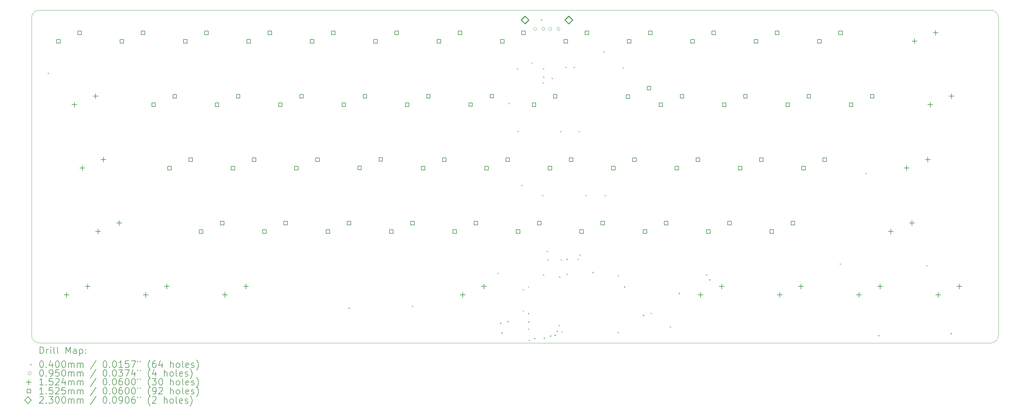
<source format=gbr>
%FSLAX45Y45*%
G04 Gerber Fmt 4.5, Leading zero omitted, Abs format (unit mm)*
G04 Created by KiCad (PCBNEW (6.0.6)) date 2022-07-10 20:55:02*
%MOMM*%
%LPD*%
G01*
G04 APERTURE LIST*
%TA.AperFunction,Profile*%
%ADD10C,0.100000*%
%TD*%
%ADD11C,0.200000*%
%ADD12C,0.040000*%
%ADD13C,0.095000*%
%ADD14C,0.152400*%
%ADD15C,0.152500*%
%ADD16C,0.230000*%
G04 APERTURE END LIST*
D10*
X4330700Y-15836900D02*
X32905700Y-15836900D01*
X33143825Y-15598775D02*
X33143825Y-6073775D01*
X4092570Y-15598775D02*
G75*
G03*
X4330700Y-15836900I238130J5D01*
G01*
X33143820Y-6073775D02*
G75*
G03*
X32905700Y-5835650I-238130J-5D01*
G01*
X32905700Y-5835650D02*
X4330700Y-5835650D01*
X32905700Y-15836905D02*
G75*
G03*
X33143825Y-15598775I0J238125D01*
G01*
X4330700Y-5835650D02*
G75*
G03*
X4092575Y-6073775I0J-238125D01*
G01*
X4092575Y-6073775D02*
X4092575Y-15598775D01*
D11*
D12*
X4580575Y-7711125D02*
X4620575Y-7751125D01*
X4620575Y-7711125D02*
X4580575Y-7751125D01*
X13613450Y-14766550D02*
X13653450Y-14806550D01*
X13653450Y-14766550D02*
X13613450Y-14806550D01*
X15518450Y-14708450D02*
X15558450Y-14748450D01*
X15558450Y-14708450D02*
X15518450Y-14748450D01*
X18090000Y-13720000D02*
X18130000Y-13760000D01*
X18130000Y-13720000D02*
X18090000Y-13760000D01*
X18163275Y-15216725D02*
X18203275Y-15256725D01*
X18203275Y-15216725D02*
X18163275Y-15256725D01*
X18205000Y-15515000D02*
X18245000Y-15555000D01*
X18245000Y-15515000D02*
X18205000Y-15555000D01*
X18382300Y-15169200D02*
X18422300Y-15209200D01*
X18422300Y-15169200D02*
X18382300Y-15209200D01*
X18423575Y-8612825D02*
X18463575Y-8652825D01*
X18463575Y-8612825D02*
X18423575Y-8652825D01*
X18677575Y-7584125D02*
X18717575Y-7624125D01*
X18717575Y-7584125D02*
X18677575Y-7624125D01*
X18690275Y-9451025D02*
X18730275Y-9491025D01*
X18730275Y-9451025D02*
X18690275Y-9491025D01*
X18804575Y-11076625D02*
X18844575Y-11116625D01*
X18844575Y-11076625D02*
X18804575Y-11116625D01*
X18842715Y-14211025D02*
X18882715Y-14251025D01*
X18882715Y-14211025D02*
X18842715Y-14251025D01*
X18847795Y-14851025D02*
X18887795Y-14891025D01*
X18887795Y-14851025D02*
X18847795Y-14891025D01*
X19001375Y-14131025D02*
X19041375Y-14171025D01*
X19041375Y-14131025D02*
X19001375Y-14171025D01*
X19001475Y-14931025D02*
X19041475Y-14971025D01*
X19041475Y-14931025D02*
X19001475Y-14971025D01*
X19004600Y-15181900D02*
X19044600Y-15221900D01*
X19044600Y-15181900D02*
X19004600Y-15221900D01*
X19004600Y-15397800D02*
X19044600Y-15437800D01*
X19044600Y-15397800D02*
X19004600Y-15437800D01*
X19023015Y-15737525D02*
X19063015Y-15777525D01*
X19063015Y-15737525D02*
X19023015Y-15777525D01*
X19111915Y-7408865D02*
X19151915Y-7448865D01*
X19151915Y-7408865D02*
X19111915Y-7448865D01*
X19185000Y-15680000D02*
X19225000Y-15720000D01*
X19225000Y-15680000D02*
X19185000Y-15720000D01*
X19390475Y-6109225D02*
X19430475Y-6149225D01*
X19430475Y-6109225D02*
X19390475Y-6149225D01*
X19426875Y-11381425D02*
X19466875Y-11421425D01*
X19466875Y-11381425D02*
X19426875Y-11421425D01*
X19447195Y-7998145D02*
X19487195Y-8038145D01*
X19487195Y-7998145D02*
X19447195Y-8038145D01*
X19452275Y-7571425D02*
X19492275Y-7611425D01*
X19492275Y-7571425D02*
X19452275Y-7611425D01*
X19452275Y-7825425D02*
X19492275Y-7865425D01*
X19492275Y-7825425D02*
X19452275Y-7865425D01*
X19452275Y-13769025D02*
X19492275Y-13809025D01*
X19492275Y-13769025D02*
X19452275Y-13809025D01*
X19475000Y-15665000D02*
X19515000Y-15705000D01*
X19515000Y-15665000D02*
X19475000Y-15705000D01*
X19566575Y-13057825D02*
X19606575Y-13097825D01*
X19606575Y-13057825D02*
X19566575Y-13097825D01*
X19591975Y-13311825D02*
X19631975Y-13351825D01*
X19631975Y-13311825D02*
X19591975Y-13351825D01*
X19665000Y-15605000D02*
X19705000Y-15645000D01*
X19705000Y-15605000D02*
X19665000Y-15645000D01*
X19718975Y-7863525D02*
X19758975Y-7903525D01*
X19758975Y-7863525D02*
X19718975Y-7903525D01*
X19800000Y-15580000D02*
X19840000Y-15620000D01*
X19840000Y-15580000D02*
X19800000Y-15620000D01*
X19865000Y-15465000D02*
X19905000Y-15505000D01*
X19905000Y-15465000D02*
X19865000Y-15505000D01*
X19930000Y-15285000D02*
X19970000Y-15325000D01*
X19970000Y-15285000D02*
X19930000Y-15325000D01*
X19934875Y-13832525D02*
X19974875Y-13872525D01*
X19974875Y-13832525D02*
X19934875Y-13872525D01*
X19972875Y-9463625D02*
X20012875Y-9503625D01*
X20012875Y-9463625D02*
X19972875Y-9503625D01*
X19985675Y-13311825D02*
X20025675Y-13351825D01*
X20025675Y-13311825D02*
X19985675Y-13351825D01*
X20010000Y-15475000D02*
X20050000Y-15515000D01*
X20050000Y-15475000D02*
X20010000Y-15515000D01*
X20125375Y-7533325D02*
X20165375Y-7573325D01*
X20165375Y-7533325D02*
X20125375Y-7573325D01*
X20158395Y-13301665D02*
X20198395Y-13341665D01*
X20198395Y-13301665D02*
X20158395Y-13341665D01*
X20158395Y-13743625D02*
X20198395Y-13783625D01*
X20198395Y-13743625D02*
X20158395Y-13783625D01*
X20379375Y-7533325D02*
X20419375Y-7573325D01*
X20419375Y-7533325D02*
X20379375Y-7573325D01*
X20493675Y-13296585D02*
X20533675Y-13336585D01*
X20533675Y-13296585D02*
X20493675Y-13336585D01*
X20519075Y-9463725D02*
X20559075Y-9503725D01*
X20559075Y-9463725D02*
X20519075Y-9503725D01*
X20544475Y-13172125D02*
X20584475Y-13212125D01*
X20584475Y-13172125D02*
X20544475Y-13212125D01*
X20734875Y-11381325D02*
X20774875Y-11421325D01*
X20774875Y-11381325D02*
X20734875Y-11421325D01*
X20940715Y-13697905D02*
X20980715Y-13737905D01*
X20980715Y-13697905D02*
X20940715Y-13737905D01*
X21268375Y-7063425D02*
X21308375Y-7103425D01*
X21308375Y-7063425D02*
X21268375Y-7103425D01*
X21306475Y-11381425D02*
X21346475Y-11421425D01*
X21346475Y-11381425D02*
X21306475Y-11421425D01*
X21695000Y-15500000D02*
X21735000Y-15540000D01*
X21735000Y-15500000D02*
X21695000Y-15540000D01*
X21705000Y-13789600D02*
X21745000Y-13829600D01*
X21745000Y-13789600D02*
X21705000Y-13829600D01*
X21839875Y-7546025D02*
X21879875Y-7586025D01*
X21879875Y-7546025D02*
X21839875Y-7586025D01*
X21887500Y-14127800D02*
X21927500Y-14167800D01*
X21927500Y-14127800D02*
X21887500Y-14167800D01*
X22455000Y-14985000D02*
X22495000Y-15025000D01*
X22495000Y-14985000D02*
X22455000Y-15025000D01*
X22690000Y-14925000D02*
X22730000Y-14965000D01*
X22730000Y-14925000D02*
X22690000Y-14965000D01*
X23265000Y-15340000D02*
X23305000Y-15380000D01*
X23305000Y-15340000D02*
X23265000Y-15380000D01*
X23530000Y-14320000D02*
X23570000Y-14360000D01*
X23570000Y-14320000D02*
X23530000Y-14360000D01*
X24355000Y-13760000D02*
X24395000Y-13800000D01*
X24395000Y-13760000D02*
X24355000Y-13800000D01*
X24445000Y-13915000D02*
X24485000Y-13955000D01*
X24485000Y-13915000D02*
X24445000Y-13955000D01*
X28370000Y-13440000D02*
X28410000Y-13480000D01*
X28410000Y-13440000D02*
X28370000Y-13480000D01*
X29140000Y-10715000D02*
X29180000Y-10755000D01*
X29180000Y-10715000D02*
X29140000Y-10755000D01*
X29525000Y-15590000D02*
X29565000Y-15630000D01*
X29565000Y-15590000D02*
X29525000Y-15630000D01*
X30970000Y-13490000D02*
X31010000Y-13530000D01*
X31010000Y-13490000D02*
X30970000Y-13530000D01*
X31700000Y-15535000D02*
X31740000Y-15575000D01*
X31740000Y-15535000D02*
X31700000Y-15575000D01*
D13*
X19271375Y-6400225D02*
G75*
G03*
X19271375Y-6400225I-47500J0D01*
G01*
X19521375Y-6400225D02*
G75*
G03*
X19521375Y-6400225I-47500J0D01*
G01*
X19721375Y-6400225D02*
G75*
G03*
X19721375Y-6400225I-47500J0D01*
G01*
X19971375Y-6400225D02*
G75*
G03*
X19971375Y-6400225I-47500J0D01*
G01*
D14*
X5140325Y-14316075D02*
X5140325Y-14468475D01*
X5064125Y-14392275D02*
X5216525Y-14392275D01*
X5378450Y-8601075D02*
X5378450Y-8753475D01*
X5302250Y-8677275D02*
X5454650Y-8677275D01*
X5616575Y-10506075D02*
X5616575Y-10658475D01*
X5540375Y-10582275D02*
X5692775Y-10582275D01*
X5775325Y-14062075D02*
X5775325Y-14214475D01*
X5699125Y-14138275D02*
X5851525Y-14138275D01*
X6013450Y-8347075D02*
X6013450Y-8499475D01*
X5937250Y-8423275D02*
X6089650Y-8423275D01*
X6092825Y-12411075D02*
X6092825Y-12563475D01*
X6016625Y-12487275D02*
X6169025Y-12487275D01*
X6251575Y-10252075D02*
X6251575Y-10404475D01*
X6175375Y-10328275D02*
X6327775Y-10328275D01*
X6727825Y-12157075D02*
X6727825Y-12309475D01*
X6651625Y-12233275D02*
X6804025Y-12233275D01*
X7521575Y-14316075D02*
X7521575Y-14468475D01*
X7445375Y-14392275D02*
X7597775Y-14392275D01*
X8156575Y-14062075D02*
X8156575Y-14214475D01*
X8080375Y-14138275D02*
X8232775Y-14138275D01*
X9902825Y-14316075D02*
X9902825Y-14468475D01*
X9826625Y-14392275D02*
X9979025Y-14392275D01*
X10537825Y-14062075D02*
X10537825Y-14214475D01*
X10461625Y-14138275D02*
X10614025Y-14138275D01*
X17046575Y-14316075D02*
X17046575Y-14468475D01*
X16970375Y-14392275D02*
X17122775Y-14392275D01*
X17681575Y-14062075D02*
X17681575Y-14214475D01*
X17605375Y-14138275D02*
X17757775Y-14138275D01*
X24190325Y-14316075D02*
X24190325Y-14468475D01*
X24114125Y-14392275D02*
X24266525Y-14392275D01*
X24825325Y-14062075D02*
X24825325Y-14214475D01*
X24749125Y-14138275D02*
X24901525Y-14138275D01*
X26571575Y-14316075D02*
X26571575Y-14468475D01*
X26495375Y-14392275D02*
X26647775Y-14392275D01*
X27206575Y-14062075D02*
X27206575Y-14214475D01*
X27130375Y-14138275D02*
X27282775Y-14138275D01*
X28952825Y-14316075D02*
X28952825Y-14468475D01*
X28876625Y-14392275D02*
X29029025Y-14392275D01*
X29587825Y-14062075D02*
X29587825Y-14214475D01*
X29511625Y-14138275D02*
X29664025Y-14138275D01*
X29905325Y-12411075D02*
X29905325Y-12563475D01*
X29829125Y-12487275D02*
X29981525Y-12487275D01*
X30381575Y-10506075D02*
X30381575Y-10658475D01*
X30305375Y-10582275D02*
X30457775Y-10582275D01*
X30540325Y-12157075D02*
X30540325Y-12309475D01*
X30464125Y-12233275D02*
X30616525Y-12233275D01*
X30619700Y-6696075D02*
X30619700Y-6848475D01*
X30543500Y-6772275D02*
X30695900Y-6772275D01*
X31016575Y-10252075D02*
X31016575Y-10404475D01*
X30940375Y-10328275D02*
X31092775Y-10328275D01*
X31095950Y-8601075D02*
X31095950Y-8753475D01*
X31019750Y-8677275D02*
X31172150Y-8677275D01*
X31254700Y-6442075D02*
X31254700Y-6594475D01*
X31178500Y-6518275D02*
X31330900Y-6518275D01*
X31334075Y-14316075D02*
X31334075Y-14468475D01*
X31257875Y-14392275D02*
X31410275Y-14392275D01*
X31730950Y-8347075D02*
X31730950Y-8499475D01*
X31654750Y-8423275D02*
X31807150Y-8423275D01*
X31969075Y-14062075D02*
X31969075Y-14214475D01*
X31892875Y-14138275D02*
X32045275Y-14138275D01*
D15*
X4956117Y-6826192D02*
X4956117Y-6718358D01*
X4848283Y-6718358D01*
X4848283Y-6826192D01*
X4956117Y-6826192D01*
X5591117Y-6572192D02*
X5591117Y-6464358D01*
X5483283Y-6464358D01*
X5483283Y-6572192D01*
X5591117Y-6572192D01*
X6861117Y-6826192D02*
X6861117Y-6718358D01*
X6753283Y-6718358D01*
X6753283Y-6826192D01*
X6861117Y-6826192D01*
X7496117Y-6572192D02*
X7496117Y-6464358D01*
X7388283Y-6464358D01*
X7388283Y-6572192D01*
X7496117Y-6572192D01*
X7813617Y-8731192D02*
X7813617Y-8623358D01*
X7705783Y-8623358D01*
X7705783Y-8731192D01*
X7813617Y-8731192D01*
X8289867Y-10636192D02*
X8289867Y-10528358D01*
X8182033Y-10528358D01*
X8182033Y-10636192D01*
X8289867Y-10636192D01*
X8448617Y-8477192D02*
X8448617Y-8369358D01*
X8340783Y-8369358D01*
X8340783Y-8477192D01*
X8448617Y-8477192D01*
X8766117Y-6826192D02*
X8766117Y-6718358D01*
X8658283Y-6718358D01*
X8658283Y-6826192D01*
X8766117Y-6826192D01*
X8924867Y-10382192D02*
X8924867Y-10274358D01*
X8817033Y-10274358D01*
X8817033Y-10382192D01*
X8924867Y-10382192D01*
X9242367Y-12541192D02*
X9242367Y-12433358D01*
X9134533Y-12433358D01*
X9134533Y-12541192D01*
X9242367Y-12541192D01*
X9401117Y-6572192D02*
X9401117Y-6464358D01*
X9293283Y-6464358D01*
X9293283Y-6572192D01*
X9401117Y-6572192D01*
X9718617Y-8731192D02*
X9718617Y-8623358D01*
X9610783Y-8623358D01*
X9610783Y-8731192D01*
X9718617Y-8731192D01*
X9877367Y-12287192D02*
X9877367Y-12179358D01*
X9769533Y-12179358D01*
X9769533Y-12287192D01*
X9877367Y-12287192D01*
X10194867Y-10636192D02*
X10194867Y-10528358D01*
X10087033Y-10528358D01*
X10087033Y-10636192D01*
X10194867Y-10636192D01*
X10353617Y-8477192D02*
X10353617Y-8369358D01*
X10245783Y-8369358D01*
X10245783Y-8477192D01*
X10353617Y-8477192D01*
X10671117Y-6826192D02*
X10671117Y-6718358D01*
X10563283Y-6718358D01*
X10563283Y-6826192D01*
X10671117Y-6826192D01*
X10829867Y-10382192D02*
X10829867Y-10274358D01*
X10722033Y-10274358D01*
X10722033Y-10382192D01*
X10829867Y-10382192D01*
X11147367Y-12541192D02*
X11147367Y-12433358D01*
X11039533Y-12433358D01*
X11039533Y-12541192D01*
X11147367Y-12541192D01*
X11306117Y-6572192D02*
X11306117Y-6464358D01*
X11198283Y-6464358D01*
X11198283Y-6572192D01*
X11306117Y-6572192D01*
X11623617Y-8731192D02*
X11623617Y-8623358D01*
X11515783Y-8623358D01*
X11515783Y-8731192D01*
X11623617Y-8731192D01*
X11782367Y-12287192D02*
X11782367Y-12179358D01*
X11674533Y-12179358D01*
X11674533Y-12287192D01*
X11782367Y-12287192D01*
X12099867Y-10636192D02*
X12099867Y-10528358D01*
X11992033Y-10528358D01*
X11992033Y-10636192D01*
X12099867Y-10636192D01*
X12258617Y-8477192D02*
X12258617Y-8369358D01*
X12150783Y-8369358D01*
X12150783Y-8477192D01*
X12258617Y-8477192D01*
X12576117Y-6826192D02*
X12576117Y-6718358D01*
X12468283Y-6718358D01*
X12468283Y-6826192D01*
X12576117Y-6826192D01*
X12734867Y-10382192D02*
X12734867Y-10274358D01*
X12627033Y-10274358D01*
X12627033Y-10382192D01*
X12734867Y-10382192D01*
X13052367Y-12541192D02*
X13052367Y-12433358D01*
X12944533Y-12433358D01*
X12944533Y-12541192D01*
X13052367Y-12541192D01*
X13211117Y-6572192D02*
X13211117Y-6464358D01*
X13103283Y-6464358D01*
X13103283Y-6572192D01*
X13211117Y-6572192D01*
X13528617Y-8731192D02*
X13528617Y-8623358D01*
X13420783Y-8623358D01*
X13420783Y-8731192D01*
X13528617Y-8731192D01*
X13687367Y-12287192D02*
X13687367Y-12179358D01*
X13579533Y-12179358D01*
X13579533Y-12287192D01*
X13687367Y-12287192D01*
X14002917Y-10629917D02*
X14002917Y-10522083D01*
X13895083Y-10522083D01*
X13895083Y-10629917D01*
X14002917Y-10629917D01*
X14163617Y-8477192D02*
X14163617Y-8369358D01*
X14055783Y-8369358D01*
X14055783Y-8477192D01*
X14163617Y-8477192D01*
X14481117Y-6826192D02*
X14481117Y-6718358D01*
X14373283Y-6718358D01*
X14373283Y-6826192D01*
X14481117Y-6826192D01*
X14637917Y-10375917D02*
X14637917Y-10268083D01*
X14530083Y-10268083D01*
X14530083Y-10375917D01*
X14637917Y-10375917D01*
X14957367Y-12541192D02*
X14957367Y-12433358D01*
X14849533Y-12433358D01*
X14849533Y-12541192D01*
X14957367Y-12541192D01*
X15116117Y-6572192D02*
X15116117Y-6464358D01*
X15008283Y-6464358D01*
X15008283Y-6572192D01*
X15116117Y-6572192D01*
X15433617Y-8731192D02*
X15433617Y-8623358D01*
X15325783Y-8623358D01*
X15325783Y-8731192D01*
X15433617Y-8731192D01*
X15592367Y-12287192D02*
X15592367Y-12179358D01*
X15484533Y-12179358D01*
X15484533Y-12287192D01*
X15592367Y-12287192D01*
X15909867Y-10636192D02*
X15909867Y-10528358D01*
X15802033Y-10528358D01*
X15802033Y-10636192D01*
X15909867Y-10636192D01*
X16068617Y-8477192D02*
X16068617Y-8369358D01*
X15960783Y-8369358D01*
X15960783Y-8477192D01*
X16068617Y-8477192D01*
X16386117Y-6826192D02*
X16386117Y-6718358D01*
X16278283Y-6718358D01*
X16278283Y-6826192D01*
X16386117Y-6826192D01*
X16544867Y-10382192D02*
X16544867Y-10274358D01*
X16437033Y-10274358D01*
X16437033Y-10382192D01*
X16544867Y-10382192D01*
X16862367Y-12541192D02*
X16862367Y-12433358D01*
X16754533Y-12433358D01*
X16754533Y-12541192D01*
X16862367Y-12541192D01*
X17021117Y-6572192D02*
X17021117Y-6464358D01*
X16913283Y-6464358D01*
X16913283Y-6572192D01*
X17021117Y-6572192D01*
X17338617Y-8728017D02*
X17338617Y-8620183D01*
X17230783Y-8620183D01*
X17230783Y-8728017D01*
X17338617Y-8728017D01*
X17497367Y-12287192D02*
X17497367Y-12179358D01*
X17389533Y-12179358D01*
X17389533Y-12287192D01*
X17497367Y-12287192D01*
X17814867Y-10636192D02*
X17814867Y-10528358D01*
X17707033Y-10528358D01*
X17707033Y-10636192D01*
X17814867Y-10636192D01*
X17973617Y-8474017D02*
X17973617Y-8366183D01*
X17865783Y-8366183D01*
X17865783Y-8474017D01*
X17973617Y-8474017D01*
X18291117Y-6826192D02*
X18291117Y-6718358D01*
X18183283Y-6718358D01*
X18183283Y-6826192D01*
X18291117Y-6826192D01*
X18449867Y-10382192D02*
X18449867Y-10274358D01*
X18342033Y-10274358D01*
X18342033Y-10382192D01*
X18449867Y-10382192D01*
X18767367Y-12541192D02*
X18767367Y-12433358D01*
X18659533Y-12433358D01*
X18659533Y-12541192D01*
X18767367Y-12541192D01*
X18926117Y-6572192D02*
X18926117Y-6464358D01*
X18818283Y-6464358D01*
X18818283Y-6572192D01*
X18926117Y-6572192D01*
X19243617Y-8731192D02*
X19243617Y-8623358D01*
X19135783Y-8623358D01*
X19135783Y-8731192D01*
X19243617Y-8731192D01*
X19402367Y-12287192D02*
X19402367Y-12179358D01*
X19294533Y-12179358D01*
X19294533Y-12287192D01*
X19402367Y-12287192D01*
X19719867Y-10636192D02*
X19719867Y-10528358D01*
X19612033Y-10528358D01*
X19612033Y-10636192D01*
X19719867Y-10636192D01*
X19878617Y-8477192D02*
X19878617Y-8369358D01*
X19770783Y-8369358D01*
X19770783Y-8477192D01*
X19878617Y-8477192D01*
X20196117Y-6826192D02*
X20196117Y-6718358D01*
X20088283Y-6718358D01*
X20088283Y-6826192D01*
X20196117Y-6826192D01*
X20354867Y-10382192D02*
X20354867Y-10274358D01*
X20247033Y-10274358D01*
X20247033Y-10382192D01*
X20354867Y-10382192D01*
X20672367Y-12541192D02*
X20672367Y-12433358D01*
X20564533Y-12433358D01*
X20564533Y-12541192D01*
X20672367Y-12541192D01*
X20831117Y-6572192D02*
X20831117Y-6464358D01*
X20723283Y-6464358D01*
X20723283Y-6572192D01*
X20831117Y-6572192D01*
X21307367Y-12287192D02*
X21307367Y-12179358D01*
X21199533Y-12179358D01*
X21199533Y-12287192D01*
X21307367Y-12287192D01*
X21624867Y-10636192D02*
X21624867Y-10528358D01*
X21517033Y-10528358D01*
X21517033Y-10636192D01*
X21624867Y-10636192D01*
X22062917Y-8484917D02*
X22062917Y-8377083D01*
X21955083Y-8377083D01*
X21955083Y-8484917D01*
X22062917Y-8484917D01*
X22101117Y-6826192D02*
X22101117Y-6718358D01*
X21993283Y-6718358D01*
X21993283Y-6826192D01*
X22101117Y-6826192D01*
X22259867Y-10382192D02*
X22259867Y-10274358D01*
X22152033Y-10274358D01*
X22152033Y-10382192D01*
X22259867Y-10382192D01*
X22577367Y-12541192D02*
X22577367Y-12433358D01*
X22469533Y-12433358D01*
X22469533Y-12541192D01*
X22577367Y-12541192D01*
X22697917Y-8230917D02*
X22697917Y-8123083D01*
X22590083Y-8123083D01*
X22590083Y-8230917D01*
X22697917Y-8230917D01*
X22736117Y-6572192D02*
X22736117Y-6464358D01*
X22628283Y-6464358D01*
X22628283Y-6572192D01*
X22736117Y-6572192D01*
X23053617Y-8731192D02*
X23053617Y-8623358D01*
X22945783Y-8623358D01*
X22945783Y-8731192D01*
X23053617Y-8731192D01*
X23212367Y-12287192D02*
X23212367Y-12179358D01*
X23104533Y-12179358D01*
X23104533Y-12287192D01*
X23212367Y-12287192D01*
X23529867Y-10636192D02*
X23529867Y-10528358D01*
X23422033Y-10528358D01*
X23422033Y-10636192D01*
X23529867Y-10636192D01*
X23688617Y-8477192D02*
X23688617Y-8369358D01*
X23580783Y-8369358D01*
X23580783Y-8477192D01*
X23688617Y-8477192D01*
X24006117Y-6826192D02*
X24006117Y-6718358D01*
X23898283Y-6718358D01*
X23898283Y-6826192D01*
X24006117Y-6826192D01*
X24164867Y-10382192D02*
X24164867Y-10274358D01*
X24057033Y-10274358D01*
X24057033Y-10382192D01*
X24164867Y-10382192D01*
X24482367Y-12541192D02*
X24482367Y-12433358D01*
X24374533Y-12433358D01*
X24374533Y-12541192D01*
X24482367Y-12541192D01*
X24641117Y-6572192D02*
X24641117Y-6464358D01*
X24533283Y-6464358D01*
X24533283Y-6572192D01*
X24641117Y-6572192D01*
X24958617Y-8731192D02*
X24958617Y-8623358D01*
X24850783Y-8623358D01*
X24850783Y-8731192D01*
X24958617Y-8731192D01*
X25117367Y-12287192D02*
X25117367Y-12179358D01*
X25009533Y-12179358D01*
X25009533Y-12287192D01*
X25117367Y-12287192D01*
X25434867Y-10636192D02*
X25434867Y-10528358D01*
X25327033Y-10528358D01*
X25327033Y-10636192D01*
X25434867Y-10636192D01*
X25593617Y-8477192D02*
X25593617Y-8369358D01*
X25485783Y-8369358D01*
X25485783Y-8477192D01*
X25593617Y-8477192D01*
X25911117Y-6826192D02*
X25911117Y-6718358D01*
X25803283Y-6718358D01*
X25803283Y-6826192D01*
X25911117Y-6826192D01*
X26069867Y-10382192D02*
X26069867Y-10274358D01*
X25962033Y-10274358D01*
X25962033Y-10382192D01*
X26069867Y-10382192D01*
X26387367Y-12541192D02*
X26387367Y-12433358D01*
X26279533Y-12433358D01*
X26279533Y-12541192D01*
X26387367Y-12541192D01*
X26546117Y-6572192D02*
X26546117Y-6464358D01*
X26438283Y-6464358D01*
X26438283Y-6572192D01*
X26546117Y-6572192D01*
X26863617Y-8731192D02*
X26863617Y-8623358D01*
X26755783Y-8623358D01*
X26755783Y-8731192D01*
X26863617Y-8731192D01*
X27022367Y-12287192D02*
X27022367Y-12179358D01*
X26914533Y-12179358D01*
X26914533Y-12287192D01*
X27022367Y-12287192D01*
X27339867Y-10636192D02*
X27339867Y-10528358D01*
X27232033Y-10528358D01*
X27232033Y-10636192D01*
X27339867Y-10636192D01*
X27498617Y-8477192D02*
X27498617Y-8369358D01*
X27390783Y-8369358D01*
X27390783Y-8477192D01*
X27498617Y-8477192D01*
X27816117Y-6826192D02*
X27816117Y-6718358D01*
X27708283Y-6718358D01*
X27708283Y-6826192D01*
X27816117Y-6826192D01*
X27974867Y-10382192D02*
X27974867Y-10274358D01*
X27867033Y-10274358D01*
X27867033Y-10382192D01*
X27974867Y-10382192D01*
X28451117Y-6572192D02*
X28451117Y-6464358D01*
X28343283Y-6464358D01*
X28343283Y-6572192D01*
X28451117Y-6572192D01*
X28768617Y-8731192D02*
X28768617Y-8623358D01*
X28660783Y-8623358D01*
X28660783Y-8731192D01*
X28768617Y-8731192D01*
X29403617Y-8477192D02*
X29403617Y-8369358D01*
X29295783Y-8369358D01*
X29295783Y-8477192D01*
X29403617Y-8477192D01*
D16*
X18916875Y-6244225D02*
X19031875Y-6129225D01*
X18916875Y-6014225D01*
X18801875Y-6129225D01*
X18916875Y-6244225D01*
X20230875Y-6244225D02*
X20345875Y-6129225D01*
X20230875Y-6014225D01*
X20115875Y-6129225D01*
X20230875Y-6244225D01*
D11*
X4345194Y-16152376D02*
X4345194Y-15952376D01*
X4392813Y-15952376D01*
X4421385Y-15961900D01*
X4440432Y-15980948D01*
X4449956Y-15999995D01*
X4459480Y-16038090D01*
X4459480Y-16066662D01*
X4449956Y-16104757D01*
X4440432Y-16123805D01*
X4421385Y-16142852D01*
X4392813Y-16152376D01*
X4345194Y-16152376D01*
X4545194Y-16152376D02*
X4545194Y-16019043D01*
X4545194Y-16057138D02*
X4554718Y-16038090D01*
X4564242Y-16028567D01*
X4583289Y-16019043D01*
X4602337Y-16019043D01*
X4669004Y-16152376D02*
X4669004Y-16019043D01*
X4669004Y-15952376D02*
X4659480Y-15961900D01*
X4669004Y-15971424D01*
X4678527Y-15961900D01*
X4669004Y-15952376D01*
X4669004Y-15971424D01*
X4792813Y-16152376D02*
X4773765Y-16142852D01*
X4764242Y-16123805D01*
X4764242Y-15952376D01*
X4897575Y-16152376D02*
X4878527Y-16142852D01*
X4869004Y-16123805D01*
X4869004Y-15952376D01*
X5126146Y-16152376D02*
X5126146Y-15952376D01*
X5192813Y-16095233D01*
X5259480Y-15952376D01*
X5259480Y-16152376D01*
X5440432Y-16152376D02*
X5440432Y-16047614D01*
X5430908Y-16028567D01*
X5411861Y-16019043D01*
X5373765Y-16019043D01*
X5354718Y-16028567D01*
X5440432Y-16142852D02*
X5421385Y-16152376D01*
X5373765Y-16152376D01*
X5354718Y-16142852D01*
X5345194Y-16123805D01*
X5345194Y-16104757D01*
X5354718Y-16085709D01*
X5373765Y-16076186D01*
X5421385Y-16076186D01*
X5440432Y-16066662D01*
X5535670Y-16019043D02*
X5535670Y-16219043D01*
X5535670Y-16028567D02*
X5554718Y-16019043D01*
X5592813Y-16019043D01*
X5611861Y-16028567D01*
X5621384Y-16038090D01*
X5630908Y-16057138D01*
X5630908Y-16114281D01*
X5621384Y-16133328D01*
X5611861Y-16142852D01*
X5592813Y-16152376D01*
X5554718Y-16152376D01*
X5535670Y-16142852D01*
X5716623Y-16133328D02*
X5726146Y-16142852D01*
X5716623Y-16152376D01*
X5707099Y-16142852D01*
X5716623Y-16133328D01*
X5716623Y-16152376D01*
X5716623Y-16028567D02*
X5726146Y-16038090D01*
X5716623Y-16047614D01*
X5707099Y-16038090D01*
X5716623Y-16028567D01*
X5716623Y-16047614D01*
D12*
X4047575Y-16461900D02*
X4087575Y-16501900D01*
X4087575Y-16461900D02*
X4047575Y-16501900D01*
D11*
X4383289Y-16372376D02*
X4402337Y-16372376D01*
X4421385Y-16381900D01*
X4430908Y-16391424D01*
X4440432Y-16410471D01*
X4449956Y-16448567D01*
X4449956Y-16496186D01*
X4440432Y-16534281D01*
X4430908Y-16553328D01*
X4421385Y-16562852D01*
X4402337Y-16572376D01*
X4383289Y-16572376D01*
X4364242Y-16562852D01*
X4354718Y-16553328D01*
X4345194Y-16534281D01*
X4335670Y-16496186D01*
X4335670Y-16448567D01*
X4345194Y-16410471D01*
X4354718Y-16391424D01*
X4364242Y-16381900D01*
X4383289Y-16372376D01*
X4535670Y-16553328D02*
X4545194Y-16562852D01*
X4535670Y-16572376D01*
X4526146Y-16562852D01*
X4535670Y-16553328D01*
X4535670Y-16572376D01*
X4716623Y-16439043D02*
X4716623Y-16572376D01*
X4669004Y-16362852D02*
X4621385Y-16505709D01*
X4745194Y-16505709D01*
X4859480Y-16372376D02*
X4878527Y-16372376D01*
X4897575Y-16381900D01*
X4907099Y-16391424D01*
X4916623Y-16410471D01*
X4926146Y-16448567D01*
X4926146Y-16496186D01*
X4916623Y-16534281D01*
X4907099Y-16553328D01*
X4897575Y-16562852D01*
X4878527Y-16572376D01*
X4859480Y-16572376D01*
X4840432Y-16562852D01*
X4830908Y-16553328D01*
X4821385Y-16534281D01*
X4811861Y-16496186D01*
X4811861Y-16448567D01*
X4821385Y-16410471D01*
X4830908Y-16391424D01*
X4840432Y-16381900D01*
X4859480Y-16372376D01*
X5049956Y-16372376D02*
X5069004Y-16372376D01*
X5088051Y-16381900D01*
X5097575Y-16391424D01*
X5107099Y-16410471D01*
X5116623Y-16448567D01*
X5116623Y-16496186D01*
X5107099Y-16534281D01*
X5097575Y-16553328D01*
X5088051Y-16562852D01*
X5069004Y-16572376D01*
X5049956Y-16572376D01*
X5030908Y-16562852D01*
X5021385Y-16553328D01*
X5011861Y-16534281D01*
X5002337Y-16496186D01*
X5002337Y-16448567D01*
X5011861Y-16410471D01*
X5021385Y-16391424D01*
X5030908Y-16381900D01*
X5049956Y-16372376D01*
X5202337Y-16572376D02*
X5202337Y-16439043D01*
X5202337Y-16458090D02*
X5211861Y-16448567D01*
X5230908Y-16439043D01*
X5259480Y-16439043D01*
X5278527Y-16448567D01*
X5288051Y-16467614D01*
X5288051Y-16572376D01*
X5288051Y-16467614D02*
X5297575Y-16448567D01*
X5316623Y-16439043D01*
X5345194Y-16439043D01*
X5364242Y-16448567D01*
X5373765Y-16467614D01*
X5373765Y-16572376D01*
X5469004Y-16572376D02*
X5469004Y-16439043D01*
X5469004Y-16458090D02*
X5478527Y-16448567D01*
X5497575Y-16439043D01*
X5526146Y-16439043D01*
X5545194Y-16448567D01*
X5554718Y-16467614D01*
X5554718Y-16572376D01*
X5554718Y-16467614D02*
X5564242Y-16448567D01*
X5583289Y-16439043D01*
X5611861Y-16439043D01*
X5630908Y-16448567D01*
X5640432Y-16467614D01*
X5640432Y-16572376D01*
X6030908Y-16362852D02*
X5859480Y-16619995D01*
X6288051Y-16372376D02*
X6307099Y-16372376D01*
X6326146Y-16381900D01*
X6335670Y-16391424D01*
X6345194Y-16410471D01*
X6354718Y-16448567D01*
X6354718Y-16496186D01*
X6345194Y-16534281D01*
X6335670Y-16553328D01*
X6326146Y-16562852D01*
X6307099Y-16572376D01*
X6288051Y-16572376D01*
X6269003Y-16562852D01*
X6259480Y-16553328D01*
X6249956Y-16534281D01*
X6240432Y-16496186D01*
X6240432Y-16448567D01*
X6249956Y-16410471D01*
X6259480Y-16391424D01*
X6269003Y-16381900D01*
X6288051Y-16372376D01*
X6440432Y-16553328D02*
X6449956Y-16562852D01*
X6440432Y-16572376D01*
X6430908Y-16562852D01*
X6440432Y-16553328D01*
X6440432Y-16572376D01*
X6573765Y-16372376D02*
X6592813Y-16372376D01*
X6611861Y-16381900D01*
X6621384Y-16391424D01*
X6630908Y-16410471D01*
X6640432Y-16448567D01*
X6640432Y-16496186D01*
X6630908Y-16534281D01*
X6621384Y-16553328D01*
X6611861Y-16562852D01*
X6592813Y-16572376D01*
X6573765Y-16572376D01*
X6554718Y-16562852D01*
X6545194Y-16553328D01*
X6535670Y-16534281D01*
X6526146Y-16496186D01*
X6526146Y-16448567D01*
X6535670Y-16410471D01*
X6545194Y-16391424D01*
X6554718Y-16381900D01*
X6573765Y-16372376D01*
X6830908Y-16572376D02*
X6716623Y-16572376D01*
X6773765Y-16572376D02*
X6773765Y-16372376D01*
X6754718Y-16400948D01*
X6735670Y-16419995D01*
X6716623Y-16429519D01*
X7011861Y-16372376D02*
X6916623Y-16372376D01*
X6907099Y-16467614D01*
X6916623Y-16458090D01*
X6935670Y-16448567D01*
X6983289Y-16448567D01*
X7002337Y-16458090D01*
X7011861Y-16467614D01*
X7021384Y-16486662D01*
X7021384Y-16534281D01*
X7011861Y-16553328D01*
X7002337Y-16562852D01*
X6983289Y-16572376D01*
X6935670Y-16572376D01*
X6916623Y-16562852D01*
X6907099Y-16553328D01*
X7088051Y-16372376D02*
X7221384Y-16372376D01*
X7135670Y-16572376D01*
X7288051Y-16372376D02*
X7288051Y-16410471D01*
X7364242Y-16372376D02*
X7364242Y-16410471D01*
X7659480Y-16648567D02*
X7649956Y-16639043D01*
X7630908Y-16610471D01*
X7621384Y-16591424D01*
X7611861Y-16562852D01*
X7602337Y-16515233D01*
X7602337Y-16477138D01*
X7611861Y-16429519D01*
X7621384Y-16400948D01*
X7630908Y-16381900D01*
X7649956Y-16353328D01*
X7659480Y-16343805D01*
X7821384Y-16372376D02*
X7783289Y-16372376D01*
X7764242Y-16381900D01*
X7754718Y-16391424D01*
X7735670Y-16419995D01*
X7726146Y-16458090D01*
X7726146Y-16534281D01*
X7735670Y-16553328D01*
X7745194Y-16562852D01*
X7764242Y-16572376D01*
X7802337Y-16572376D01*
X7821384Y-16562852D01*
X7830908Y-16553328D01*
X7840432Y-16534281D01*
X7840432Y-16486662D01*
X7830908Y-16467614D01*
X7821384Y-16458090D01*
X7802337Y-16448567D01*
X7764242Y-16448567D01*
X7745194Y-16458090D01*
X7735670Y-16467614D01*
X7726146Y-16486662D01*
X8011861Y-16439043D02*
X8011861Y-16572376D01*
X7964242Y-16362852D02*
X7916623Y-16505709D01*
X8040432Y-16505709D01*
X8269003Y-16572376D02*
X8269003Y-16372376D01*
X8354718Y-16572376D02*
X8354718Y-16467614D01*
X8345194Y-16448567D01*
X8326146Y-16439043D01*
X8297575Y-16439043D01*
X8278527Y-16448567D01*
X8269003Y-16458090D01*
X8478527Y-16572376D02*
X8459480Y-16562852D01*
X8449956Y-16553328D01*
X8440432Y-16534281D01*
X8440432Y-16477138D01*
X8449956Y-16458090D01*
X8459480Y-16448567D01*
X8478527Y-16439043D01*
X8507099Y-16439043D01*
X8526146Y-16448567D01*
X8535670Y-16458090D01*
X8545194Y-16477138D01*
X8545194Y-16534281D01*
X8535670Y-16553328D01*
X8526146Y-16562852D01*
X8507099Y-16572376D01*
X8478527Y-16572376D01*
X8659480Y-16572376D02*
X8640432Y-16562852D01*
X8630908Y-16543805D01*
X8630908Y-16372376D01*
X8811861Y-16562852D02*
X8792813Y-16572376D01*
X8754718Y-16572376D01*
X8735670Y-16562852D01*
X8726146Y-16543805D01*
X8726146Y-16467614D01*
X8735670Y-16448567D01*
X8754718Y-16439043D01*
X8792813Y-16439043D01*
X8811861Y-16448567D01*
X8821385Y-16467614D01*
X8821385Y-16486662D01*
X8726146Y-16505709D01*
X8897575Y-16562852D02*
X8916623Y-16572376D01*
X8954718Y-16572376D01*
X8973765Y-16562852D01*
X8983289Y-16543805D01*
X8983289Y-16534281D01*
X8973765Y-16515233D01*
X8954718Y-16505709D01*
X8926146Y-16505709D01*
X8907099Y-16496186D01*
X8897575Y-16477138D01*
X8897575Y-16467614D01*
X8907099Y-16448567D01*
X8926146Y-16439043D01*
X8954718Y-16439043D01*
X8973765Y-16448567D01*
X9049956Y-16648567D02*
X9059480Y-16639043D01*
X9078527Y-16610471D01*
X9088051Y-16591424D01*
X9097575Y-16562852D01*
X9107099Y-16515233D01*
X9107099Y-16477138D01*
X9097575Y-16429519D01*
X9088051Y-16400948D01*
X9078527Y-16381900D01*
X9059480Y-16353328D01*
X9049956Y-16343805D01*
D13*
X4087575Y-16745900D02*
G75*
G03*
X4087575Y-16745900I-47500J0D01*
G01*
D11*
X4383289Y-16636376D02*
X4402337Y-16636376D01*
X4421385Y-16645900D01*
X4430908Y-16655424D01*
X4440432Y-16674471D01*
X4449956Y-16712567D01*
X4449956Y-16760186D01*
X4440432Y-16798281D01*
X4430908Y-16817329D01*
X4421385Y-16826852D01*
X4402337Y-16836376D01*
X4383289Y-16836376D01*
X4364242Y-16826852D01*
X4354718Y-16817329D01*
X4345194Y-16798281D01*
X4335670Y-16760186D01*
X4335670Y-16712567D01*
X4345194Y-16674471D01*
X4354718Y-16655424D01*
X4364242Y-16645900D01*
X4383289Y-16636376D01*
X4535670Y-16817329D02*
X4545194Y-16826852D01*
X4535670Y-16836376D01*
X4526146Y-16826852D01*
X4535670Y-16817329D01*
X4535670Y-16836376D01*
X4640432Y-16836376D02*
X4678527Y-16836376D01*
X4697575Y-16826852D01*
X4707099Y-16817329D01*
X4726146Y-16788757D01*
X4735670Y-16750662D01*
X4735670Y-16674471D01*
X4726146Y-16655424D01*
X4716623Y-16645900D01*
X4697575Y-16636376D01*
X4659480Y-16636376D01*
X4640432Y-16645900D01*
X4630908Y-16655424D01*
X4621385Y-16674471D01*
X4621385Y-16722090D01*
X4630908Y-16741138D01*
X4640432Y-16750662D01*
X4659480Y-16760186D01*
X4697575Y-16760186D01*
X4716623Y-16750662D01*
X4726146Y-16741138D01*
X4735670Y-16722090D01*
X4916623Y-16636376D02*
X4821385Y-16636376D01*
X4811861Y-16731614D01*
X4821385Y-16722090D01*
X4840432Y-16712567D01*
X4888051Y-16712567D01*
X4907099Y-16722090D01*
X4916623Y-16731614D01*
X4926146Y-16750662D01*
X4926146Y-16798281D01*
X4916623Y-16817329D01*
X4907099Y-16826852D01*
X4888051Y-16836376D01*
X4840432Y-16836376D01*
X4821385Y-16826852D01*
X4811861Y-16817329D01*
X5049956Y-16636376D02*
X5069004Y-16636376D01*
X5088051Y-16645900D01*
X5097575Y-16655424D01*
X5107099Y-16674471D01*
X5116623Y-16712567D01*
X5116623Y-16760186D01*
X5107099Y-16798281D01*
X5097575Y-16817329D01*
X5088051Y-16826852D01*
X5069004Y-16836376D01*
X5049956Y-16836376D01*
X5030908Y-16826852D01*
X5021385Y-16817329D01*
X5011861Y-16798281D01*
X5002337Y-16760186D01*
X5002337Y-16712567D01*
X5011861Y-16674471D01*
X5021385Y-16655424D01*
X5030908Y-16645900D01*
X5049956Y-16636376D01*
X5202337Y-16836376D02*
X5202337Y-16703043D01*
X5202337Y-16722090D02*
X5211861Y-16712567D01*
X5230908Y-16703043D01*
X5259480Y-16703043D01*
X5278527Y-16712567D01*
X5288051Y-16731614D01*
X5288051Y-16836376D01*
X5288051Y-16731614D02*
X5297575Y-16712567D01*
X5316623Y-16703043D01*
X5345194Y-16703043D01*
X5364242Y-16712567D01*
X5373765Y-16731614D01*
X5373765Y-16836376D01*
X5469004Y-16836376D02*
X5469004Y-16703043D01*
X5469004Y-16722090D02*
X5478527Y-16712567D01*
X5497575Y-16703043D01*
X5526146Y-16703043D01*
X5545194Y-16712567D01*
X5554718Y-16731614D01*
X5554718Y-16836376D01*
X5554718Y-16731614D02*
X5564242Y-16712567D01*
X5583289Y-16703043D01*
X5611861Y-16703043D01*
X5630908Y-16712567D01*
X5640432Y-16731614D01*
X5640432Y-16836376D01*
X6030908Y-16626852D02*
X5859480Y-16883995D01*
X6288051Y-16636376D02*
X6307099Y-16636376D01*
X6326146Y-16645900D01*
X6335670Y-16655424D01*
X6345194Y-16674471D01*
X6354718Y-16712567D01*
X6354718Y-16760186D01*
X6345194Y-16798281D01*
X6335670Y-16817329D01*
X6326146Y-16826852D01*
X6307099Y-16836376D01*
X6288051Y-16836376D01*
X6269003Y-16826852D01*
X6259480Y-16817329D01*
X6249956Y-16798281D01*
X6240432Y-16760186D01*
X6240432Y-16712567D01*
X6249956Y-16674471D01*
X6259480Y-16655424D01*
X6269003Y-16645900D01*
X6288051Y-16636376D01*
X6440432Y-16817329D02*
X6449956Y-16826852D01*
X6440432Y-16836376D01*
X6430908Y-16826852D01*
X6440432Y-16817329D01*
X6440432Y-16836376D01*
X6573765Y-16636376D02*
X6592813Y-16636376D01*
X6611861Y-16645900D01*
X6621384Y-16655424D01*
X6630908Y-16674471D01*
X6640432Y-16712567D01*
X6640432Y-16760186D01*
X6630908Y-16798281D01*
X6621384Y-16817329D01*
X6611861Y-16826852D01*
X6592813Y-16836376D01*
X6573765Y-16836376D01*
X6554718Y-16826852D01*
X6545194Y-16817329D01*
X6535670Y-16798281D01*
X6526146Y-16760186D01*
X6526146Y-16712567D01*
X6535670Y-16674471D01*
X6545194Y-16655424D01*
X6554718Y-16645900D01*
X6573765Y-16636376D01*
X6707099Y-16636376D02*
X6830908Y-16636376D01*
X6764242Y-16712567D01*
X6792813Y-16712567D01*
X6811861Y-16722090D01*
X6821384Y-16731614D01*
X6830908Y-16750662D01*
X6830908Y-16798281D01*
X6821384Y-16817329D01*
X6811861Y-16826852D01*
X6792813Y-16836376D01*
X6735670Y-16836376D01*
X6716623Y-16826852D01*
X6707099Y-16817329D01*
X6897575Y-16636376D02*
X7030908Y-16636376D01*
X6945194Y-16836376D01*
X7192813Y-16703043D02*
X7192813Y-16836376D01*
X7145194Y-16626852D02*
X7097575Y-16769709D01*
X7221384Y-16769709D01*
X7288051Y-16636376D02*
X7288051Y-16674471D01*
X7364242Y-16636376D02*
X7364242Y-16674471D01*
X7659480Y-16912567D02*
X7649956Y-16903043D01*
X7630908Y-16874471D01*
X7621384Y-16855424D01*
X7611861Y-16826852D01*
X7602337Y-16779233D01*
X7602337Y-16741138D01*
X7611861Y-16693519D01*
X7621384Y-16664948D01*
X7630908Y-16645900D01*
X7649956Y-16617328D01*
X7659480Y-16607805D01*
X7821384Y-16703043D02*
X7821384Y-16836376D01*
X7773765Y-16626852D02*
X7726146Y-16769709D01*
X7849956Y-16769709D01*
X8078527Y-16836376D02*
X8078527Y-16636376D01*
X8164242Y-16836376D02*
X8164242Y-16731614D01*
X8154718Y-16712567D01*
X8135670Y-16703043D01*
X8107099Y-16703043D01*
X8088051Y-16712567D01*
X8078527Y-16722090D01*
X8288051Y-16836376D02*
X8269003Y-16826852D01*
X8259480Y-16817329D01*
X8249956Y-16798281D01*
X8249956Y-16741138D01*
X8259480Y-16722090D01*
X8269003Y-16712567D01*
X8288051Y-16703043D01*
X8316623Y-16703043D01*
X8335670Y-16712567D01*
X8345194Y-16722090D01*
X8354718Y-16741138D01*
X8354718Y-16798281D01*
X8345194Y-16817329D01*
X8335670Y-16826852D01*
X8316623Y-16836376D01*
X8288051Y-16836376D01*
X8469004Y-16836376D02*
X8449956Y-16826852D01*
X8440432Y-16807805D01*
X8440432Y-16636376D01*
X8621385Y-16826852D02*
X8602337Y-16836376D01*
X8564242Y-16836376D01*
X8545194Y-16826852D01*
X8535670Y-16807805D01*
X8535670Y-16731614D01*
X8545194Y-16712567D01*
X8564242Y-16703043D01*
X8602337Y-16703043D01*
X8621385Y-16712567D01*
X8630908Y-16731614D01*
X8630908Y-16750662D01*
X8535670Y-16769709D01*
X8707099Y-16826852D02*
X8726146Y-16836376D01*
X8764242Y-16836376D01*
X8783289Y-16826852D01*
X8792813Y-16807805D01*
X8792813Y-16798281D01*
X8783289Y-16779233D01*
X8764242Y-16769709D01*
X8735670Y-16769709D01*
X8716623Y-16760186D01*
X8707099Y-16741138D01*
X8707099Y-16731614D01*
X8716623Y-16712567D01*
X8735670Y-16703043D01*
X8764242Y-16703043D01*
X8783289Y-16712567D01*
X8859480Y-16912567D02*
X8869004Y-16903043D01*
X8888051Y-16874471D01*
X8897575Y-16855424D01*
X8907099Y-16826852D01*
X8916623Y-16779233D01*
X8916623Y-16741138D01*
X8907099Y-16693519D01*
X8897575Y-16664948D01*
X8888051Y-16645900D01*
X8869004Y-16617328D01*
X8859480Y-16607805D01*
D14*
X4011375Y-16933700D02*
X4011375Y-17086100D01*
X3935175Y-17009900D02*
X4087575Y-17009900D01*
D11*
X4449956Y-17100376D02*
X4335670Y-17100376D01*
X4392813Y-17100376D02*
X4392813Y-16900376D01*
X4373765Y-16928948D01*
X4354718Y-16947995D01*
X4335670Y-16957519D01*
X4535670Y-17081329D02*
X4545194Y-17090852D01*
X4535670Y-17100376D01*
X4526146Y-17090852D01*
X4535670Y-17081329D01*
X4535670Y-17100376D01*
X4726146Y-16900376D02*
X4630908Y-16900376D01*
X4621385Y-16995614D01*
X4630908Y-16986090D01*
X4649956Y-16976567D01*
X4697575Y-16976567D01*
X4716623Y-16986090D01*
X4726146Y-16995614D01*
X4735670Y-17014662D01*
X4735670Y-17062281D01*
X4726146Y-17081329D01*
X4716623Y-17090852D01*
X4697575Y-17100376D01*
X4649956Y-17100376D01*
X4630908Y-17090852D01*
X4621385Y-17081329D01*
X4811861Y-16919424D02*
X4821385Y-16909900D01*
X4840432Y-16900376D01*
X4888051Y-16900376D01*
X4907099Y-16909900D01*
X4916623Y-16919424D01*
X4926146Y-16938471D01*
X4926146Y-16957519D01*
X4916623Y-16986090D01*
X4802337Y-17100376D01*
X4926146Y-17100376D01*
X5097575Y-16967043D02*
X5097575Y-17100376D01*
X5049956Y-16890852D02*
X5002337Y-17033710D01*
X5126146Y-17033710D01*
X5202337Y-17100376D02*
X5202337Y-16967043D01*
X5202337Y-16986090D02*
X5211861Y-16976567D01*
X5230908Y-16967043D01*
X5259480Y-16967043D01*
X5278527Y-16976567D01*
X5288051Y-16995614D01*
X5288051Y-17100376D01*
X5288051Y-16995614D02*
X5297575Y-16976567D01*
X5316623Y-16967043D01*
X5345194Y-16967043D01*
X5364242Y-16976567D01*
X5373765Y-16995614D01*
X5373765Y-17100376D01*
X5469004Y-17100376D02*
X5469004Y-16967043D01*
X5469004Y-16986090D02*
X5478527Y-16976567D01*
X5497575Y-16967043D01*
X5526146Y-16967043D01*
X5545194Y-16976567D01*
X5554718Y-16995614D01*
X5554718Y-17100376D01*
X5554718Y-16995614D02*
X5564242Y-16976567D01*
X5583289Y-16967043D01*
X5611861Y-16967043D01*
X5630908Y-16976567D01*
X5640432Y-16995614D01*
X5640432Y-17100376D01*
X6030908Y-16890852D02*
X5859480Y-17147995D01*
X6288051Y-16900376D02*
X6307099Y-16900376D01*
X6326146Y-16909900D01*
X6335670Y-16919424D01*
X6345194Y-16938471D01*
X6354718Y-16976567D01*
X6354718Y-17024186D01*
X6345194Y-17062281D01*
X6335670Y-17081329D01*
X6326146Y-17090852D01*
X6307099Y-17100376D01*
X6288051Y-17100376D01*
X6269003Y-17090852D01*
X6259480Y-17081329D01*
X6249956Y-17062281D01*
X6240432Y-17024186D01*
X6240432Y-16976567D01*
X6249956Y-16938471D01*
X6259480Y-16919424D01*
X6269003Y-16909900D01*
X6288051Y-16900376D01*
X6440432Y-17081329D02*
X6449956Y-17090852D01*
X6440432Y-17100376D01*
X6430908Y-17090852D01*
X6440432Y-17081329D01*
X6440432Y-17100376D01*
X6573765Y-16900376D02*
X6592813Y-16900376D01*
X6611861Y-16909900D01*
X6621384Y-16919424D01*
X6630908Y-16938471D01*
X6640432Y-16976567D01*
X6640432Y-17024186D01*
X6630908Y-17062281D01*
X6621384Y-17081329D01*
X6611861Y-17090852D01*
X6592813Y-17100376D01*
X6573765Y-17100376D01*
X6554718Y-17090852D01*
X6545194Y-17081329D01*
X6535670Y-17062281D01*
X6526146Y-17024186D01*
X6526146Y-16976567D01*
X6535670Y-16938471D01*
X6545194Y-16919424D01*
X6554718Y-16909900D01*
X6573765Y-16900376D01*
X6811861Y-16900376D02*
X6773765Y-16900376D01*
X6754718Y-16909900D01*
X6745194Y-16919424D01*
X6726146Y-16947995D01*
X6716623Y-16986090D01*
X6716623Y-17062281D01*
X6726146Y-17081329D01*
X6735670Y-17090852D01*
X6754718Y-17100376D01*
X6792813Y-17100376D01*
X6811861Y-17090852D01*
X6821384Y-17081329D01*
X6830908Y-17062281D01*
X6830908Y-17014662D01*
X6821384Y-16995614D01*
X6811861Y-16986090D01*
X6792813Y-16976567D01*
X6754718Y-16976567D01*
X6735670Y-16986090D01*
X6726146Y-16995614D01*
X6716623Y-17014662D01*
X6954718Y-16900376D02*
X6973765Y-16900376D01*
X6992813Y-16909900D01*
X7002337Y-16919424D01*
X7011861Y-16938471D01*
X7021384Y-16976567D01*
X7021384Y-17024186D01*
X7011861Y-17062281D01*
X7002337Y-17081329D01*
X6992813Y-17090852D01*
X6973765Y-17100376D01*
X6954718Y-17100376D01*
X6935670Y-17090852D01*
X6926146Y-17081329D01*
X6916623Y-17062281D01*
X6907099Y-17024186D01*
X6907099Y-16976567D01*
X6916623Y-16938471D01*
X6926146Y-16919424D01*
X6935670Y-16909900D01*
X6954718Y-16900376D01*
X7145194Y-16900376D02*
X7164242Y-16900376D01*
X7183289Y-16909900D01*
X7192813Y-16919424D01*
X7202337Y-16938471D01*
X7211861Y-16976567D01*
X7211861Y-17024186D01*
X7202337Y-17062281D01*
X7192813Y-17081329D01*
X7183289Y-17090852D01*
X7164242Y-17100376D01*
X7145194Y-17100376D01*
X7126146Y-17090852D01*
X7116623Y-17081329D01*
X7107099Y-17062281D01*
X7097575Y-17024186D01*
X7097575Y-16976567D01*
X7107099Y-16938471D01*
X7116623Y-16919424D01*
X7126146Y-16909900D01*
X7145194Y-16900376D01*
X7288051Y-16900376D02*
X7288051Y-16938471D01*
X7364242Y-16900376D02*
X7364242Y-16938471D01*
X7659480Y-17176567D02*
X7649956Y-17167043D01*
X7630908Y-17138471D01*
X7621384Y-17119424D01*
X7611861Y-17090852D01*
X7602337Y-17043233D01*
X7602337Y-17005138D01*
X7611861Y-16957519D01*
X7621384Y-16928948D01*
X7630908Y-16909900D01*
X7649956Y-16881329D01*
X7659480Y-16871805D01*
X7716623Y-16900376D02*
X7840432Y-16900376D01*
X7773765Y-16976567D01*
X7802337Y-16976567D01*
X7821384Y-16986090D01*
X7830908Y-16995614D01*
X7840432Y-17014662D01*
X7840432Y-17062281D01*
X7830908Y-17081329D01*
X7821384Y-17090852D01*
X7802337Y-17100376D01*
X7745194Y-17100376D01*
X7726146Y-17090852D01*
X7716623Y-17081329D01*
X7964242Y-16900376D02*
X7983289Y-16900376D01*
X8002337Y-16909900D01*
X8011861Y-16919424D01*
X8021384Y-16938471D01*
X8030908Y-16976567D01*
X8030908Y-17024186D01*
X8021384Y-17062281D01*
X8011861Y-17081329D01*
X8002337Y-17090852D01*
X7983289Y-17100376D01*
X7964242Y-17100376D01*
X7945194Y-17090852D01*
X7935670Y-17081329D01*
X7926146Y-17062281D01*
X7916623Y-17024186D01*
X7916623Y-16976567D01*
X7926146Y-16938471D01*
X7935670Y-16919424D01*
X7945194Y-16909900D01*
X7964242Y-16900376D01*
X8269003Y-17100376D02*
X8269003Y-16900376D01*
X8354718Y-17100376D02*
X8354718Y-16995614D01*
X8345194Y-16976567D01*
X8326146Y-16967043D01*
X8297575Y-16967043D01*
X8278527Y-16976567D01*
X8269003Y-16986090D01*
X8478527Y-17100376D02*
X8459480Y-17090852D01*
X8449956Y-17081329D01*
X8440432Y-17062281D01*
X8440432Y-17005138D01*
X8449956Y-16986090D01*
X8459480Y-16976567D01*
X8478527Y-16967043D01*
X8507099Y-16967043D01*
X8526146Y-16976567D01*
X8535670Y-16986090D01*
X8545194Y-17005138D01*
X8545194Y-17062281D01*
X8535670Y-17081329D01*
X8526146Y-17090852D01*
X8507099Y-17100376D01*
X8478527Y-17100376D01*
X8659480Y-17100376D02*
X8640432Y-17090852D01*
X8630908Y-17071805D01*
X8630908Y-16900376D01*
X8811861Y-17090852D02*
X8792813Y-17100376D01*
X8754718Y-17100376D01*
X8735670Y-17090852D01*
X8726146Y-17071805D01*
X8726146Y-16995614D01*
X8735670Y-16976567D01*
X8754718Y-16967043D01*
X8792813Y-16967043D01*
X8811861Y-16976567D01*
X8821385Y-16995614D01*
X8821385Y-17014662D01*
X8726146Y-17033710D01*
X8897575Y-17090852D02*
X8916623Y-17100376D01*
X8954718Y-17100376D01*
X8973765Y-17090852D01*
X8983289Y-17071805D01*
X8983289Y-17062281D01*
X8973765Y-17043233D01*
X8954718Y-17033710D01*
X8926146Y-17033710D01*
X8907099Y-17024186D01*
X8897575Y-17005138D01*
X8897575Y-16995614D01*
X8907099Y-16976567D01*
X8926146Y-16967043D01*
X8954718Y-16967043D01*
X8973765Y-16976567D01*
X9049956Y-17176567D02*
X9059480Y-17167043D01*
X9078527Y-17138471D01*
X9088051Y-17119424D01*
X9097575Y-17090852D01*
X9107099Y-17043233D01*
X9107099Y-17005138D01*
X9097575Y-16957519D01*
X9088051Y-16928948D01*
X9078527Y-16909900D01*
X9059480Y-16881329D01*
X9049956Y-16871805D01*
D15*
X4065242Y-17336217D02*
X4065242Y-17228383D01*
X3957408Y-17228383D01*
X3957408Y-17336217D01*
X4065242Y-17336217D01*
D11*
X4449956Y-17372776D02*
X4335670Y-17372776D01*
X4392813Y-17372776D02*
X4392813Y-17172776D01*
X4373765Y-17201348D01*
X4354718Y-17220395D01*
X4335670Y-17229919D01*
X4535670Y-17353729D02*
X4545194Y-17363252D01*
X4535670Y-17372776D01*
X4526146Y-17363252D01*
X4535670Y-17353729D01*
X4535670Y-17372776D01*
X4726146Y-17172776D02*
X4630908Y-17172776D01*
X4621385Y-17268014D01*
X4630908Y-17258490D01*
X4649956Y-17248967D01*
X4697575Y-17248967D01*
X4716623Y-17258490D01*
X4726146Y-17268014D01*
X4735670Y-17287062D01*
X4735670Y-17334681D01*
X4726146Y-17353729D01*
X4716623Y-17363252D01*
X4697575Y-17372776D01*
X4649956Y-17372776D01*
X4630908Y-17363252D01*
X4621385Y-17353729D01*
X4811861Y-17191824D02*
X4821385Y-17182300D01*
X4840432Y-17172776D01*
X4888051Y-17172776D01*
X4907099Y-17182300D01*
X4916623Y-17191824D01*
X4926146Y-17210871D01*
X4926146Y-17229919D01*
X4916623Y-17258490D01*
X4802337Y-17372776D01*
X4926146Y-17372776D01*
X5107099Y-17172776D02*
X5011861Y-17172776D01*
X5002337Y-17268014D01*
X5011861Y-17258490D01*
X5030908Y-17248967D01*
X5078527Y-17248967D01*
X5097575Y-17258490D01*
X5107099Y-17268014D01*
X5116623Y-17287062D01*
X5116623Y-17334681D01*
X5107099Y-17353729D01*
X5097575Y-17363252D01*
X5078527Y-17372776D01*
X5030908Y-17372776D01*
X5011861Y-17363252D01*
X5002337Y-17353729D01*
X5202337Y-17372776D02*
X5202337Y-17239443D01*
X5202337Y-17258490D02*
X5211861Y-17248967D01*
X5230908Y-17239443D01*
X5259480Y-17239443D01*
X5278527Y-17248967D01*
X5288051Y-17268014D01*
X5288051Y-17372776D01*
X5288051Y-17268014D02*
X5297575Y-17248967D01*
X5316623Y-17239443D01*
X5345194Y-17239443D01*
X5364242Y-17248967D01*
X5373765Y-17268014D01*
X5373765Y-17372776D01*
X5469004Y-17372776D02*
X5469004Y-17239443D01*
X5469004Y-17258490D02*
X5478527Y-17248967D01*
X5497575Y-17239443D01*
X5526146Y-17239443D01*
X5545194Y-17248967D01*
X5554718Y-17268014D01*
X5554718Y-17372776D01*
X5554718Y-17268014D02*
X5564242Y-17248967D01*
X5583289Y-17239443D01*
X5611861Y-17239443D01*
X5630908Y-17248967D01*
X5640432Y-17268014D01*
X5640432Y-17372776D01*
X6030908Y-17163252D02*
X5859480Y-17420395D01*
X6288051Y-17172776D02*
X6307099Y-17172776D01*
X6326146Y-17182300D01*
X6335670Y-17191824D01*
X6345194Y-17210871D01*
X6354718Y-17248967D01*
X6354718Y-17296586D01*
X6345194Y-17334681D01*
X6335670Y-17353729D01*
X6326146Y-17363252D01*
X6307099Y-17372776D01*
X6288051Y-17372776D01*
X6269003Y-17363252D01*
X6259480Y-17353729D01*
X6249956Y-17334681D01*
X6240432Y-17296586D01*
X6240432Y-17248967D01*
X6249956Y-17210871D01*
X6259480Y-17191824D01*
X6269003Y-17182300D01*
X6288051Y-17172776D01*
X6440432Y-17353729D02*
X6449956Y-17363252D01*
X6440432Y-17372776D01*
X6430908Y-17363252D01*
X6440432Y-17353729D01*
X6440432Y-17372776D01*
X6573765Y-17172776D02*
X6592813Y-17172776D01*
X6611861Y-17182300D01*
X6621384Y-17191824D01*
X6630908Y-17210871D01*
X6640432Y-17248967D01*
X6640432Y-17296586D01*
X6630908Y-17334681D01*
X6621384Y-17353729D01*
X6611861Y-17363252D01*
X6592813Y-17372776D01*
X6573765Y-17372776D01*
X6554718Y-17363252D01*
X6545194Y-17353729D01*
X6535670Y-17334681D01*
X6526146Y-17296586D01*
X6526146Y-17248967D01*
X6535670Y-17210871D01*
X6545194Y-17191824D01*
X6554718Y-17182300D01*
X6573765Y-17172776D01*
X6811861Y-17172776D02*
X6773765Y-17172776D01*
X6754718Y-17182300D01*
X6745194Y-17191824D01*
X6726146Y-17220395D01*
X6716623Y-17258490D01*
X6716623Y-17334681D01*
X6726146Y-17353729D01*
X6735670Y-17363252D01*
X6754718Y-17372776D01*
X6792813Y-17372776D01*
X6811861Y-17363252D01*
X6821384Y-17353729D01*
X6830908Y-17334681D01*
X6830908Y-17287062D01*
X6821384Y-17268014D01*
X6811861Y-17258490D01*
X6792813Y-17248967D01*
X6754718Y-17248967D01*
X6735670Y-17258490D01*
X6726146Y-17268014D01*
X6716623Y-17287062D01*
X6954718Y-17172776D02*
X6973765Y-17172776D01*
X6992813Y-17182300D01*
X7002337Y-17191824D01*
X7011861Y-17210871D01*
X7021384Y-17248967D01*
X7021384Y-17296586D01*
X7011861Y-17334681D01*
X7002337Y-17353729D01*
X6992813Y-17363252D01*
X6973765Y-17372776D01*
X6954718Y-17372776D01*
X6935670Y-17363252D01*
X6926146Y-17353729D01*
X6916623Y-17334681D01*
X6907099Y-17296586D01*
X6907099Y-17248967D01*
X6916623Y-17210871D01*
X6926146Y-17191824D01*
X6935670Y-17182300D01*
X6954718Y-17172776D01*
X7145194Y-17172776D02*
X7164242Y-17172776D01*
X7183289Y-17182300D01*
X7192813Y-17191824D01*
X7202337Y-17210871D01*
X7211861Y-17248967D01*
X7211861Y-17296586D01*
X7202337Y-17334681D01*
X7192813Y-17353729D01*
X7183289Y-17363252D01*
X7164242Y-17372776D01*
X7145194Y-17372776D01*
X7126146Y-17363252D01*
X7116623Y-17353729D01*
X7107099Y-17334681D01*
X7097575Y-17296586D01*
X7097575Y-17248967D01*
X7107099Y-17210871D01*
X7116623Y-17191824D01*
X7126146Y-17182300D01*
X7145194Y-17172776D01*
X7288051Y-17172776D02*
X7288051Y-17210871D01*
X7364242Y-17172776D02*
X7364242Y-17210871D01*
X7659480Y-17448967D02*
X7649956Y-17439443D01*
X7630908Y-17410871D01*
X7621384Y-17391824D01*
X7611861Y-17363252D01*
X7602337Y-17315633D01*
X7602337Y-17277538D01*
X7611861Y-17229919D01*
X7621384Y-17201348D01*
X7630908Y-17182300D01*
X7649956Y-17153729D01*
X7659480Y-17144205D01*
X7745194Y-17372776D02*
X7783289Y-17372776D01*
X7802337Y-17363252D01*
X7811861Y-17353729D01*
X7830908Y-17325157D01*
X7840432Y-17287062D01*
X7840432Y-17210871D01*
X7830908Y-17191824D01*
X7821384Y-17182300D01*
X7802337Y-17172776D01*
X7764242Y-17172776D01*
X7745194Y-17182300D01*
X7735670Y-17191824D01*
X7726146Y-17210871D01*
X7726146Y-17258490D01*
X7735670Y-17277538D01*
X7745194Y-17287062D01*
X7764242Y-17296586D01*
X7802337Y-17296586D01*
X7821384Y-17287062D01*
X7830908Y-17277538D01*
X7840432Y-17258490D01*
X7916623Y-17191824D02*
X7926146Y-17182300D01*
X7945194Y-17172776D01*
X7992813Y-17172776D01*
X8011861Y-17182300D01*
X8021384Y-17191824D01*
X8030908Y-17210871D01*
X8030908Y-17229919D01*
X8021384Y-17258490D01*
X7907099Y-17372776D01*
X8030908Y-17372776D01*
X8269003Y-17372776D02*
X8269003Y-17172776D01*
X8354718Y-17372776D02*
X8354718Y-17268014D01*
X8345194Y-17248967D01*
X8326146Y-17239443D01*
X8297575Y-17239443D01*
X8278527Y-17248967D01*
X8269003Y-17258490D01*
X8478527Y-17372776D02*
X8459480Y-17363252D01*
X8449956Y-17353729D01*
X8440432Y-17334681D01*
X8440432Y-17277538D01*
X8449956Y-17258490D01*
X8459480Y-17248967D01*
X8478527Y-17239443D01*
X8507099Y-17239443D01*
X8526146Y-17248967D01*
X8535670Y-17258490D01*
X8545194Y-17277538D01*
X8545194Y-17334681D01*
X8535670Y-17353729D01*
X8526146Y-17363252D01*
X8507099Y-17372776D01*
X8478527Y-17372776D01*
X8659480Y-17372776D02*
X8640432Y-17363252D01*
X8630908Y-17344205D01*
X8630908Y-17172776D01*
X8811861Y-17363252D02*
X8792813Y-17372776D01*
X8754718Y-17372776D01*
X8735670Y-17363252D01*
X8726146Y-17344205D01*
X8726146Y-17268014D01*
X8735670Y-17248967D01*
X8754718Y-17239443D01*
X8792813Y-17239443D01*
X8811861Y-17248967D01*
X8821385Y-17268014D01*
X8821385Y-17287062D01*
X8726146Y-17306110D01*
X8897575Y-17363252D02*
X8916623Y-17372776D01*
X8954718Y-17372776D01*
X8973765Y-17363252D01*
X8983289Y-17344205D01*
X8983289Y-17334681D01*
X8973765Y-17315633D01*
X8954718Y-17306110D01*
X8926146Y-17306110D01*
X8907099Y-17296586D01*
X8897575Y-17277538D01*
X8897575Y-17268014D01*
X8907099Y-17248967D01*
X8926146Y-17239443D01*
X8954718Y-17239443D01*
X8973765Y-17248967D01*
X9049956Y-17448967D02*
X9059480Y-17439443D01*
X9078527Y-17410871D01*
X9088051Y-17391824D01*
X9097575Y-17363252D01*
X9107099Y-17315633D01*
X9107099Y-17277538D01*
X9097575Y-17229919D01*
X9088051Y-17201348D01*
X9078527Y-17182300D01*
X9059480Y-17153729D01*
X9049956Y-17144205D01*
X3987575Y-17654800D02*
X4087575Y-17554800D01*
X3987575Y-17454800D01*
X3887575Y-17554800D01*
X3987575Y-17654800D01*
X4335670Y-17464324D02*
X4345194Y-17454800D01*
X4364242Y-17445276D01*
X4411861Y-17445276D01*
X4430908Y-17454800D01*
X4440432Y-17464324D01*
X4449956Y-17483371D01*
X4449956Y-17502419D01*
X4440432Y-17530990D01*
X4326146Y-17645276D01*
X4449956Y-17645276D01*
X4535670Y-17626229D02*
X4545194Y-17635752D01*
X4535670Y-17645276D01*
X4526146Y-17635752D01*
X4535670Y-17626229D01*
X4535670Y-17645276D01*
X4611861Y-17445276D02*
X4735670Y-17445276D01*
X4669004Y-17521467D01*
X4697575Y-17521467D01*
X4716623Y-17530990D01*
X4726146Y-17540514D01*
X4735670Y-17559562D01*
X4735670Y-17607181D01*
X4726146Y-17626229D01*
X4716623Y-17635752D01*
X4697575Y-17645276D01*
X4640432Y-17645276D01*
X4621385Y-17635752D01*
X4611861Y-17626229D01*
X4859480Y-17445276D02*
X4878527Y-17445276D01*
X4897575Y-17454800D01*
X4907099Y-17464324D01*
X4916623Y-17483371D01*
X4926146Y-17521467D01*
X4926146Y-17569086D01*
X4916623Y-17607181D01*
X4907099Y-17626229D01*
X4897575Y-17635752D01*
X4878527Y-17645276D01*
X4859480Y-17645276D01*
X4840432Y-17635752D01*
X4830908Y-17626229D01*
X4821385Y-17607181D01*
X4811861Y-17569086D01*
X4811861Y-17521467D01*
X4821385Y-17483371D01*
X4830908Y-17464324D01*
X4840432Y-17454800D01*
X4859480Y-17445276D01*
X5049956Y-17445276D02*
X5069004Y-17445276D01*
X5088051Y-17454800D01*
X5097575Y-17464324D01*
X5107099Y-17483371D01*
X5116623Y-17521467D01*
X5116623Y-17569086D01*
X5107099Y-17607181D01*
X5097575Y-17626229D01*
X5088051Y-17635752D01*
X5069004Y-17645276D01*
X5049956Y-17645276D01*
X5030908Y-17635752D01*
X5021385Y-17626229D01*
X5011861Y-17607181D01*
X5002337Y-17569086D01*
X5002337Y-17521467D01*
X5011861Y-17483371D01*
X5021385Y-17464324D01*
X5030908Y-17454800D01*
X5049956Y-17445276D01*
X5202337Y-17645276D02*
X5202337Y-17511943D01*
X5202337Y-17530990D02*
X5211861Y-17521467D01*
X5230908Y-17511943D01*
X5259480Y-17511943D01*
X5278527Y-17521467D01*
X5288051Y-17540514D01*
X5288051Y-17645276D01*
X5288051Y-17540514D02*
X5297575Y-17521467D01*
X5316623Y-17511943D01*
X5345194Y-17511943D01*
X5364242Y-17521467D01*
X5373765Y-17540514D01*
X5373765Y-17645276D01*
X5469004Y-17645276D02*
X5469004Y-17511943D01*
X5469004Y-17530990D02*
X5478527Y-17521467D01*
X5497575Y-17511943D01*
X5526146Y-17511943D01*
X5545194Y-17521467D01*
X5554718Y-17540514D01*
X5554718Y-17645276D01*
X5554718Y-17540514D02*
X5564242Y-17521467D01*
X5583289Y-17511943D01*
X5611861Y-17511943D01*
X5630908Y-17521467D01*
X5640432Y-17540514D01*
X5640432Y-17645276D01*
X6030908Y-17435752D02*
X5859480Y-17692895D01*
X6288051Y-17445276D02*
X6307099Y-17445276D01*
X6326146Y-17454800D01*
X6335670Y-17464324D01*
X6345194Y-17483371D01*
X6354718Y-17521467D01*
X6354718Y-17569086D01*
X6345194Y-17607181D01*
X6335670Y-17626229D01*
X6326146Y-17635752D01*
X6307099Y-17645276D01*
X6288051Y-17645276D01*
X6269003Y-17635752D01*
X6259480Y-17626229D01*
X6249956Y-17607181D01*
X6240432Y-17569086D01*
X6240432Y-17521467D01*
X6249956Y-17483371D01*
X6259480Y-17464324D01*
X6269003Y-17454800D01*
X6288051Y-17445276D01*
X6440432Y-17626229D02*
X6449956Y-17635752D01*
X6440432Y-17645276D01*
X6430908Y-17635752D01*
X6440432Y-17626229D01*
X6440432Y-17645276D01*
X6573765Y-17445276D02*
X6592813Y-17445276D01*
X6611861Y-17454800D01*
X6621384Y-17464324D01*
X6630908Y-17483371D01*
X6640432Y-17521467D01*
X6640432Y-17569086D01*
X6630908Y-17607181D01*
X6621384Y-17626229D01*
X6611861Y-17635752D01*
X6592813Y-17645276D01*
X6573765Y-17645276D01*
X6554718Y-17635752D01*
X6545194Y-17626229D01*
X6535670Y-17607181D01*
X6526146Y-17569086D01*
X6526146Y-17521467D01*
X6535670Y-17483371D01*
X6545194Y-17464324D01*
X6554718Y-17454800D01*
X6573765Y-17445276D01*
X6735670Y-17645276D02*
X6773765Y-17645276D01*
X6792813Y-17635752D01*
X6802337Y-17626229D01*
X6821384Y-17597657D01*
X6830908Y-17559562D01*
X6830908Y-17483371D01*
X6821384Y-17464324D01*
X6811861Y-17454800D01*
X6792813Y-17445276D01*
X6754718Y-17445276D01*
X6735670Y-17454800D01*
X6726146Y-17464324D01*
X6716623Y-17483371D01*
X6716623Y-17530990D01*
X6726146Y-17550038D01*
X6735670Y-17559562D01*
X6754718Y-17569086D01*
X6792813Y-17569086D01*
X6811861Y-17559562D01*
X6821384Y-17550038D01*
X6830908Y-17530990D01*
X6954718Y-17445276D02*
X6973765Y-17445276D01*
X6992813Y-17454800D01*
X7002337Y-17464324D01*
X7011861Y-17483371D01*
X7021384Y-17521467D01*
X7021384Y-17569086D01*
X7011861Y-17607181D01*
X7002337Y-17626229D01*
X6992813Y-17635752D01*
X6973765Y-17645276D01*
X6954718Y-17645276D01*
X6935670Y-17635752D01*
X6926146Y-17626229D01*
X6916623Y-17607181D01*
X6907099Y-17569086D01*
X6907099Y-17521467D01*
X6916623Y-17483371D01*
X6926146Y-17464324D01*
X6935670Y-17454800D01*
X6954718Y-17445276D01*
X7192813Y-17445276D02*
X7154718Y-17445276D01*
X7135670Y-17454800D01*
X7126146Y-17464324D01*
X7107099Y-17492895D01*
X7097575Y-17530990D01*
X7097575Y-17607181D01*
X7107099Y-17626229D01*
X7116623Y-17635752D01*
X7135670Y-17645276D01*
X7173765Y-17645276D01*
X7192813Y-17635752D01*
X7202337Y-17626229D01*
X7211861Y-17607181D01*
X7211861Y-17559562D01*
X7202337Y-17540514D01*
X7192813Y-17530990D01*
X7173765Y-17521467D01*
X7135670Y-17521467D01*
X7116623Y-17530990D01*
X7107099Y-17540514D01*
X7097575Y-17559562D01*
X7288051Y-17445276D02*
X7288051Y-17483371D01*
X7364242Y-17445276D02*
X7364242Y-17483371D01*
X7659480Y-17721467D02*
X7649956Y-17711943D01*
X7630908Y-17683371D01*
X7621384Y-17664324D01*
X7611861Y-17635752D01*
X7602337Y-17588133D01*
X7602337Y-17550038D01*
X7611861Y-17502419D01*
X7621384Y-17473848D01*
X7630908Y-17454800D01*
X7649956Y-17426229D01*
X7659480Y-17416705D01*
X7726146Y-17464324D02*
X7735670Y-17454800D01*
X7754718Y-17445276D01*
X7802337Y-17445276D01*
X7821384Y-17454800D01*
X7830908Y-17464324D01*
X7840432Y-17483371D01*
X7840432Y-17502419D01*
X7830908Y-17530990D01*
X7716623Y-17645276D01*
X7840432Y-17645276D01*
X8078527Y-17645276D02*
X8078527Y-17445276D01*
X8164242Y-17645276D02*
X8164242Y-17540514D01*
X8154718Y-17521467D01*
X8135670Y-17511943D01*
X8107099Y-17511943D01*
X8088051Y-17521467D01*
X8078527Y-17530990D01*
X8288051Y-17645276D02*
X8269003Y-17635752D01*
X8259480Y-17626229D01*
X8249956Y-17607181D01*
X8249956Y-17550038D01*
X8259480Y-17530990D01*
X8269003Y-17521467D01*
X8288051Y-17511943D01*
X8316623Y-17511943D01*
X8335670Y-17521467D01*
X8345194Y-17530990D01*
X8354718Y-17550038D01*
X8354718Y-17607181D01*
X8345194Y-17626229D01*
X8335670Y-17635752D01*
X8316623Y-17645276D01*
X8288051Y-17645276D01*
X8469004Y-17645276D02*
X8449956Y-17635752D01*
X8440432Y-17616705D01*
X8440432Y-17445276D01*
X8621385Y-17635752D02*
X8602337Y-17645276D01*
X8564242Y-17645276D01*
X8545194Y-17635752D01*
X8535670Y-17616705D01*
X8535670Y-17540514D01*
X8545194Y-17521467D01*
X8564242Y-17511943D01*
X8602337Y-17511943D01*
X8621385Y-17521467D01*
X8630908Y-17540514D01*
X8630908Y-17559562D01*
X8535670Y-17578610D01*
X8707099Y-17635752D02*
X8726146Y-17645276D01*
X8764242Y-17645276D01*
X8783289Y-17635752D01*
X8792813Y-17616705D01*
X8792813Y-17607181D01*
X8783289Y-17588133D01*
X8764242Y-17578610D01*
X8735670Y-17578610D01*
X8716623Y-17569086D01*
X8707099Y-17550038D01*
X8707099Y-17540514D01*
X8716623Y-17521467D01*
X8735670Y-17511943D01*
X8764242Y-17511943D01*
X8783289Y-17521467D01*
X8859480Y-17721467D02*
X8869004Y-17711943D01*
X8888051Y-17683371D01*
X8897575Y-17664324D01*
X8907099Y-17635752D01*
X8916623Y-17588133D01*
X8916623Y-17550038D01*
X8907099Y-17502419D01*
X8897575Y-17473848D01*
X8888051Y-17454800D01*
X8869004Y-17426229D01*
X8859480Y-17416705D01*
M02*

</source>
